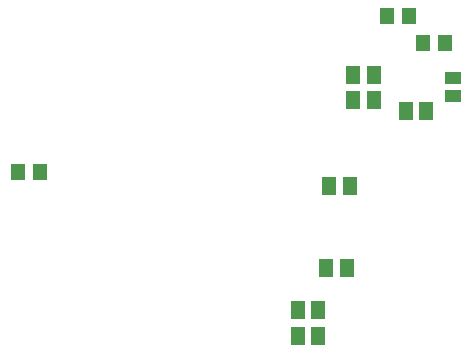
<source format=gbp>
%FSAX24Y24*%
%MOIN*%
G70*
G01*
G75*
G04 Layer_Color=128*
%ADD10O,0.0118X0.0709*%
%ADD11O,0.0709X0.0118*%
%ADD12R,0.0472X0.0551*%
%ADD13R,0.0512X0.0591*%
%ADD14R,0.1024X0.0945*%
%ADD15O,0.0591X0.0236*%
%ADD16R,0.0197X0.0925*%
%ADD17R,0.0925X0.0984*%
%ADD18R,0.0787X0.0866*%
%ADD19R,0.0591X0.0591*%
%ADD20O,0.0984X0.0276*%
%ADD21R,0.0114X0.0177*%
%ADD22R,0.0177X0.0114*%
%ADD23R,0.0126X0.0354*%
%ADD24R,0.0315X0.0114*%
%ADD25O,0.0354X0.0116*%
%ADD26O,0.0116X0.0354*%
%ADD27R,0.0551X0.0472*%
%ADD28R,0.0591X0.0512*%
%ADD29C,0.0080*%
%ADD30C,0.0200*%
%ADD31C,0.0512*%
%ADD32C,0.0591*%
%ADD33R,0.0591X0.0591*%
%ADD34C,0.0280*%
%ADD35R,0.0551X0.0433*%
%ADD36C,0.0100*%
%ADD37C,0.0079*%
%ADD38C,0.0236*%
%ADD39C,0.0098*%
%ADD40O,0.0278X0.0869*%
%ADD41O,0.0869X0.0278*%
%ADD42R,0.0632X0.0711*%
%ADD43R,0.0672X0.0751*%
%ADD44R,0.1184X0.1105*%
%ADD45O,0.0751X0.0396*%
%ADD46R,0.0357X0.1085*%
%ADD47R,0.1085X0.1144*%
%ADD48R,0.0947X0.1026*%
%ADD49R,0.0751X0.0751*%
%ADD50O,0.1144X0.0436*%
%ADD51R,0.0274X0.0337*%
%ADD52R,0.0337X0.0274*%
%ADD53R,0.0286X0.0514*%
%ADD54R,0.0475X0.0274*%
%ADD55O,0.0514X0.0276*%
%ADD56O,0.0276X0.0514*%
%ADD57R,0.0711X0.0632*%
%ADD58R,0.0751X0.0672*%
%ADD59C,0.0672*%
%ADD60C,0.0751*%
%ADD61R,0.0751X0.0751*%
%ADD62C,0.0440*%
%ADD63R,0.0711X0.0593*%
D12*
X037704Y046500D02*
D03*
X036996D02*
D03*
X036504Y047400D02*
D03*
X035796D02*
D03*
X024204Y042200D02*
D03*
X023496D02*
D03*
D13*
X035335Y045450D02*
D03*
X034665D02*
D03*
X033765Y039000D02*
D03*
X034435D02*
D03*
X033865Y041750D02*
D03*
X034535D02*
D03*
X032815Y036750D02*
D03*
X033485D02*
D03*
X032815Y037600D02*
D03*
X033485D02*
D03*
X037085Y044250D02*
D03*
X036415D02*
D03*
X035335Y044600D02*
D03*
X034665D02*
D03*
D35*
X038000Y044755D02*
D03*
Y045345D02*
D03*
M02*

</source>
